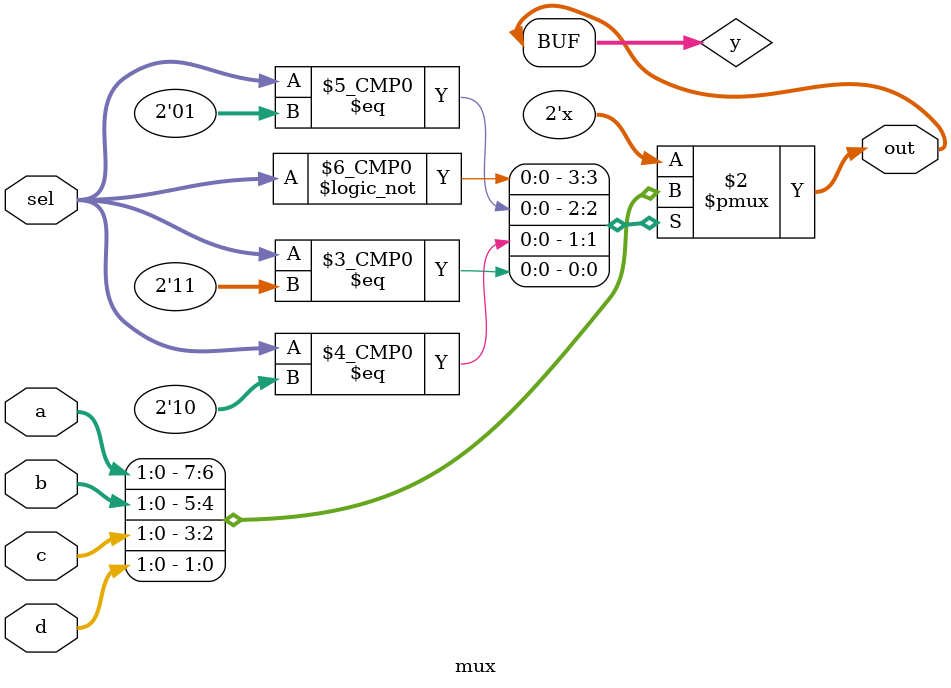
<source format=v>

module mux (

    input [1:0] a,

    input [1:0] b,

    input [1:0] c,

    input [1:0] d,

    input [1:0] sel,

    output [1:0] out

);

    reg [1:0] y;



    always @(*) begin

        case (sel)

            2'b00 : y = a;

            2'b01 : y = b;

            2'b10 : y = c;

            2'b11 : y = d;

            default : y = 1'b0; 

        endcase

    end



    assign out = y;

endmodule

</source>
